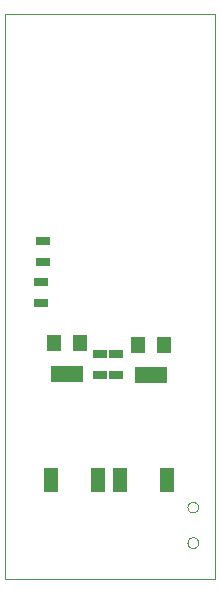
<source format=gbp>
G75*
%MOIN*%
%OFA0B0*%
%FSLAX24Y24*%
%IPPOS*%
%LPD*%
%AMOC8*
5,1,8,0,0,1.08239X$1,22.5*
%
%ADD10C,0.0000*%
%ADD11R,0.1102X0.0551*%
%ADD12R,0.0472X0.0551*%
%ADD13R,0.0500X0.0827*%
%ADD14R,0.0472X0.0315*%
D10*
X000150Y000200D02*
X000150Y019020D01*
X007142Y019020D01*
X007142Y000200D01*
X000150Y000200D01*
X006223Y001409D02*
X006225Y001435D01*
X006231Y001461D01*
X006241Y001486D01*
X006254Y001509D01*
X006270Y001529D01*
X006290Y001547D01*
X006312Y001562D01*
X006335Y001574D01*
X006361Y001582D01*
X006387Y001586D01*
X006413Y001586D01*
X006439Y001582D01*
X006465Y001574D01*
X006489Y001562D01*
X006510Y001547D01*
X006530Y001529D01*
X006546Y001509D01*
X006559Y001486D01*
X006569Y001461D01*
X006575Y001435D01*
X006577Y001409D01*
X006575Y001383D01*
X006569Y001357D01*
X006559Y001332D01*
X006546Y001309D01*
X006530Y001289D01*
X006510Y001271D01*
X006488Y001256D01*
X006465Y001244D01*
X006439Y001236D01*
X006413Y001232D01*
X006387Y001232D01*
X006361Y001236D01*
X006335Y001244D01*
X006311Y001256D01*
X006290Y001271D01*
X006270Y001289D01*
X006254Y001309D01*
X006241Y001332D01*
X006231Y001357D01*
X006225Y001383D01*
X006223Y001409D01*
X006223Y002591D02*
X006225Y002617D01*
X006231Y002643D01*
X006241Y002668D01*
X006254Y002691D01*
X006270Y002711D01*
X006290Y002729D01*
X006312Y002744D01*
X006335Y002756D01*
X006361Y002764D01*
X006387Y002768D01*
X006413Y002768D01*
X006439Y002764D01*
X006465Y002756D01*
X006489Y002744D01*
X006510Y002729D01*
X006530Y002711D01*
X006546Y002691D01*
X006559Y002668D01*
X006569Y002643D01*
X006575Y002617D01*
X006577Y002591D01*
X006575Y002565D01*
X006569Y002539D01*
X006559Y002514D01*
X006546Y002491D01*
X006530Y002471D01*
X006510Y002453D01*
X006488Y002438D01*
X006465Y002426D01*
X006439Y002418D01*
X006413Y002414D01*
X006387Y002414D01*
X006361Y002418D01*
X006335Y002426D01*
X006311Y002438D01*
X006290Y002453D01*
X006270Y002471D01*
X006254Y002491D01*
X006241Y002514D01*
X006231Y002539D01*
X006225Y002565D01*
X006223Y002591D01*
D11*
X005000Y006988D03*
X002200Y007038D03*
D12*
X001767Y008062D03*
X002633Y008062D03*
X004567Y008012D03*
X005433Y008012D03*
D13*
X005530Y003500D03*
X003970Y003500D03*
X003230Y003500D03*
X001670Y003500D03*
D14*
X003300Y006996D03*
X003300Y007704D03*
X003850Y007704D03*
X003850Y006996D03*
X001400Y010746D03*
X001350Y010104D03*
X001350Y009396D03*
X001400Y011454D03*
M02*

</source>
